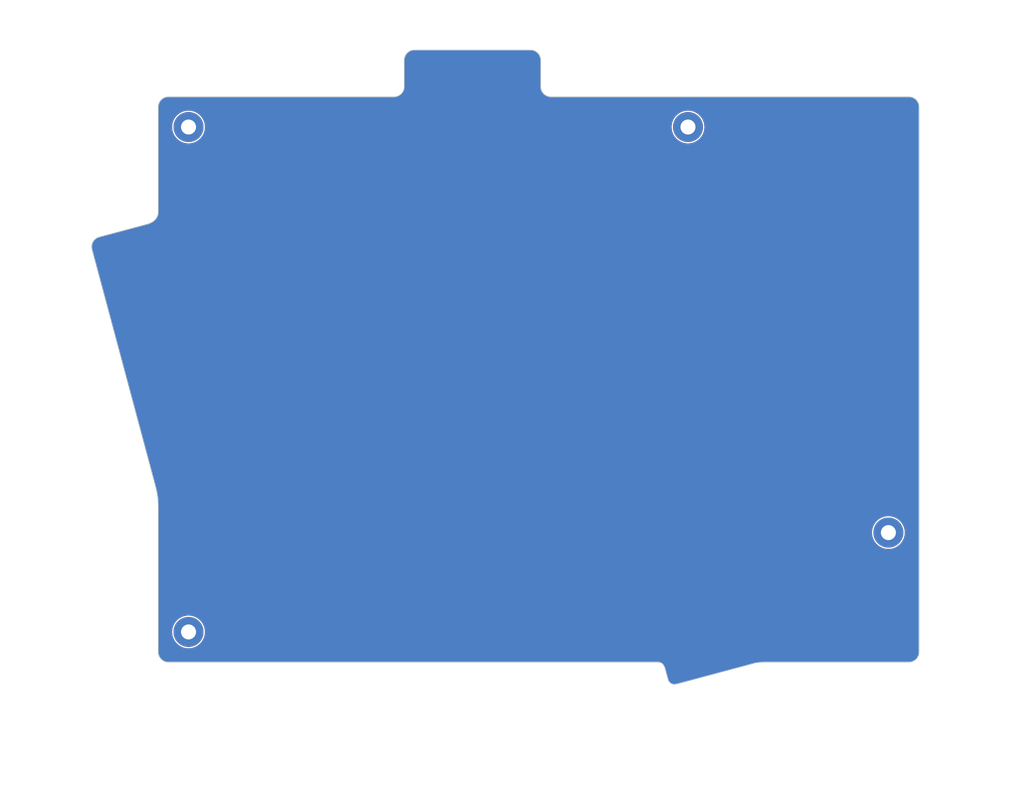
<source format=kicad_pcb>
(kicad_pcb (version 20221018) (generator pcbnew)
  (layers (0 "F.Cu" signal) (31 "B.Cu" signal) (34 "B.Paste" user) (35 "F.Paste" user) (36 "B.SilkS" user "B.Silkscreen") (37 "F.SilkS" user "F.Silkscreen") (38 "B.Mask" user) (39 "F.Mask" user) (44 "Edge.Cuts" user))
  (net 0 "")
  (net 1 "GND")
  (footprint "MountingHole:MountingHole_2.2mm_M2_Pad" (layer "B.Cu") (at 61.711434 115.341079 180)
    (fp_text reference "H2" hide)
    (fp_text value "MountingHole" hide)
    (pad "1" thru_hole circle (at 0 0 180) (size 4.4 4.4) (drill 2.2) (layers "*.Cu" "*.Mask"))
  )
  (footprint "MountingHole:MountingHole_2.2mm_M2_Pad" (layer "B.Cu") (at 61.711428 41.339486 180)
    (fp_text reference "H1" hide)
    (fp_text value "MountingHole" hide)
    (pad "1" thru_hole circle (at 0 0 180) (size 4.4 4.4) (drill 2.2) (layers "*.Cu" "*.Mask"))
  )
  (footprint "MountingHole:MountingHole_2.2mm_M2_Pad" (layer "B.Cu") (at 164.221297 100.780424 180)
    (fp_text reference "H3" hide)
    (fp_text value "MountingHole" hide)
    (pad "1" thru_hole circle (at 0 0 180) (size 4.4 4.4) (drill 2.2) (layers "*.Cu" "*.Mask"))
  )
  (footprint "MountingHole:MountingHole_2.2mm_M2_Pad" (layer "B.Cu") (at 134.868183 41.339486 180)
    (fp_text reference "H4" hide)
    (fp_text value "MountingHole" hide)
    (pad "1" thru_hole circle (at 0 0 180) (size 4.4 4.4) (drill 2.2) (layers "*.Cu" "*.Mask"))
  )
  (gr_arc (start 114.800875 36.900146) (mid 113.740242 36.460769) (end 113.30088 35.400141) (stroke (width 0.1)) (layer "Edge.Cuts"))
  (gr_curve (pts (xy 144.266638 120.025235) (xy 145.040531 119.768464) (xy 145.690735 119.805628) (xy 146.230329 119.780423)) (stroke (width 0.1)) (layer "Edge.Cuts"))
  (gr_line (start 47.566384 59.285938) (end 56.883858 94.059272) (stroke (width 0.1)) (layer "Edge.Cuts"))
  (gr_line (start 168.721294 38.400146) (end 168.721295 118.280418) (stroke (width 0.1)) (layer "Edge.Cuts"))
  (gr_line (start 131.933747 122.294544) (end 131.545514 120.845659) (stroke (width 0.1)) (layer "Edge.Cuts"))
  (gr_arc (start 57.272096 38.400141) (mid 57.711391 37.339424) (end 58.772093 36.900142) (stroke (width 0.1)) (layer "Edge.Cuts"))
  (gr_arc (start 133.158492 123.001653) (mid 132.399641 122.90179) (end 131.933747 122.294544) (stroke (width 0.1)) (layer "Edge.Cuts"))
  (gr_arc (start 111.800875 30.040141) (mid 112.861574 30.47944) (end 113.300882 31.54014) (stroke (width 0.1)) (layer "Edge.Cuts"))
  (gr_curve (pts (xy 56.883863 94.058165) (xy 57.023718 94.621088) (xy 57.271206 95.559271) (xy 57.272088 97.008159)) (stroke (width 0.1)) (layer "Edge.Cuts"))
  (gr_arc (start 168.721297 118.280424) (mid 168.281979 119.341096) (end 167.221299 119.780421) (stroke (width 0.1)) (layer "Edge.Cuts"))
  (gr_line (start 57.272098 53.63042) (end 57.272096 38.400141) (stroke (width 0.1)) (layer "Edge.Cuts"))
  (gr_line (start 94.800882 30.040135) (end 111.800875 30.040141) (stroke (width 0.1)) (layer "Edge.Cuts"))
  (gr_arc (start 58.772095 119.780422) (mid 57.71146 119.341053) (end 57.272093 118.280423) (stroke (width 0.1)) (layer "Edge.Cuts"))
  (gr_line (start 57.272088 97.008159) (end 57.272093 118.280423) (stroke (width 0.1)) (layer "Edge.Cuts"))
  (gr_line (start 58.772093 36.900142) (end 91.800883 36.900146) (stroke (width 0.1)) (layer "Edge.Cuts"))
  (gr_arc (start 167.221292 36.900145) (mid 168.281978 37.339479) (end 168.721294 38.400146) (stroke (width 0.1)) (layer "Edge.Cuts"))
  (gr_arc (start 47.566384 59.285938) (mid 47.716278 58.147745) (end 48.627035 57.448825) (stroke (width 0.1)) (layer "Edge.Cuts"))
  (gr_line (start 93.300882 31.540138) (end 93.300878 35.400143) (stroke (width 0.1)) (layer "Edge.Cuts"))
  (gr_curve (pts (xy 130.286696 119.780423) (xy 130.945517 119.768464) (xy 131.268824 119.919596) (xy 131.545514 120.845659)) (stroke (width 0.1)) (layer "Edge.Cuts"))
  (gr_line (start 114.800875 36.900146) (end 167.221295 36.900148) (stroke (width 0.1)) (layer "Edge.Cuts"))
  (gr_line (start 167.221299 119.780421) (end 146.230329 119.780423) (stroke (width 0.1)) (layer "Edge.Cuts"))
  (gr_arc (start 93.300878 35.400143) (mid 92.861494 36.460736) (end 91.800883 36.900146) (stroke (width 0.1)) (layer "Edge.Cuts"))
  (gr_line (start 130.286696 119.780423) (end 58.772095 119.780421) (stroke (width 0.1)) (layer "Edge.Cuts"))
  (gr_line (start 48.627035 57.448825) (end 55.823183 55.520622) (stroke (width 0.1)) (layer "Edge.Cuts"))
  (gr_curve (pts (xy 55.822092 55.520623) (xy 56.911408 55.13042) (xy 57.287484 54.480235) (xy 57.272098 53.63042)) (stroke (width 0.1)) (layer "Edge.Cuts"))
  (gr_line (start 113.300882 31.54014) (end 113.30088 35.400141) (stroke (width 0.1)) (layer "Edge.Cuts"))
  (gr_line (start 133.158492 123.001653) (end 144.266638 120.025235) (stroke (width 0.1)) (layer "Edge.Cuts"))
  (gr_arc (start 93.300882 31.540138) (mid 93.740237 30.479476) (end 94.800882 30.040135) (stroke (width 0.1)) (layer "Edge.Cuts"))
  (zone (net 1) (net_name "GND") (layers "F&B.Cu") (connect_pads (clearance 0)) (min_thickness 0.254) (fill yes (thermal_gap 0.508) (thermal_bridge_width 0.508))
    (polygon (pts (xy 35.097123 22.722145) (xy 184.097139 22.722145) (xy 183.097142 139.722149) (xy 34.097131 139.722148)))
  )
)
</source>
